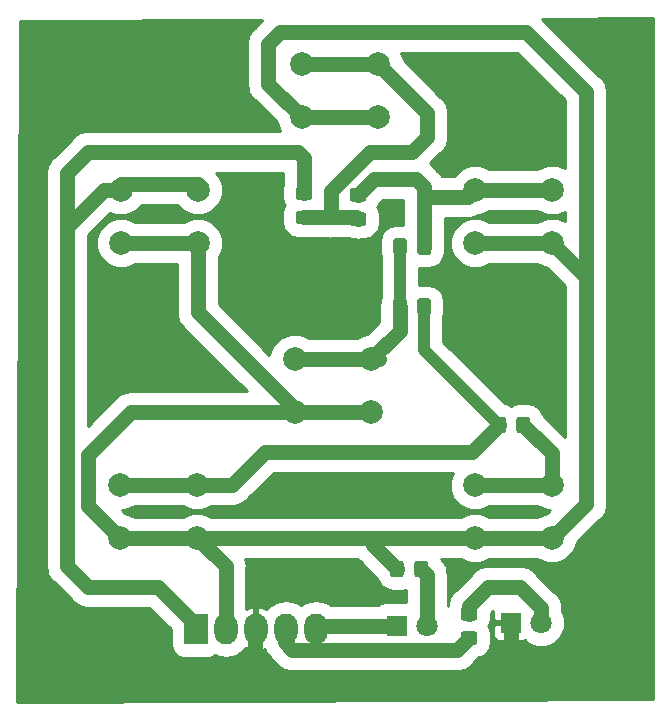
<source format=gbr>
G04 #@! TF.GenerationSoftware,KiCad,Pcbnew,5.0.2+dfsg1-1*
G04 #@! TF.CreationDate,2019-08-29T13:22:36-03:00*
G04 #@! TF.ProjectId,teclado_contador_geiger,7465636c-6164-46f5-9f63-6f6e7461646f,rev?*
G04 #@! TF.SameCoordinates,Original*
G04 #@! TF.FileFunction,Copper,L2,Bot*
G04 #@! TF.FilePolarity,Positive*
%FSLAX46Y46*%
G04 Gerber Fmt 4.6, Leading zero omitted, Abs format (unit mm)*
G04 Created by KiCad (PCBNEW 5.0.2+dfsg1-1) date jue 29 ago 2019 13:22:36 -03*
%MOMM*%
%LPD*%
G01*
G04 APERTURE LIST*
G04 #@! TA.AperFunction,Conductor*
%ADD10C,0.100000*%
G04 #@! TD*
G04 #@! TA.AperFunction,SMDPad,CuDef*
%ADD11C,1.150000*%
G04 #@! TD*
G04 #@! TA.AperFunction,ComponentPad*
%ADD12C,2.000000*%
G04 #@! TD*
G04 #@! TA.AperFunction,ComponentPad*
%ADD13R,1.800000X1.800000*%
G04 #@! TD*
G04 #@! TA.AperFunction,ComponentPad*
%ADD14C,1.800000*%
G04 #@! TD*
G04 #@! TA.AperFunction,ComponentPad*
%ADD15R,2.000000X2.600000*%
G04 #@! TD*
G04 #@! TA.AperFunction,ComponentPad*
%ADD16O,2.000000X2.600000*%
G04 #@! TD*
G04 #@! TA.AperFunction,ViaPad*
%ADD17C,2.000000*%
G04 #@! TD*
G04 #@! TA.AperFunction,Conductor*
%ADD18C,1.270000*%
G04 #@! TD*
G04 #@! TA.AperFunction,Conductor*
%ADD19C,1.016000*%
G04 #@! TD*
G04 #@! TA.AperFunction,Conductor*
%ADD20C,0.254000*%
G04 #@! TD*
G04 APERTURE END LIST*
D10*
G04 #@! TO.N,Net-(R3-Pad2)*
G04 #@! TO.C,R3*
G36*
X140321505Y-65747604D02*
X140345773Y-65751204D01*
X140369572Y-65757165D01*
X140392671Y-65765430D01*
X140414850Y-65775920D01*
X140435893Y-65788532D01*
X140455599Y-65803147D01*
X140473777Y-65819623D01*
X140490253Y-65837801D01*
X140504868Y-65857507D01*
X140517480Y-65878550D01*
X140527970Y-65900729D01*
X140536235Y-65923828D01*
X140542196Y-65947627D01*
X140545796Y-65971895D01*
X140547000Y-65996399D01*
X140547000Y-66896401D01*
X140545796Y-66920905D01*
X140542196Y-66945173D01*
X140536235Y-66968972D01*
X140527970Y-66992071D01*
X140517480Y-67014250D01*
X140504868Y-67035293D01*
X140490253Y-67054999D01*
X140473777Y-67073177D01*
X140455599Y-67089653D01*
X140435893Y-67104268D01*
X140414850Y-67116880D01*
X140392671Y-67127370D01*
X140369572Y-67135635D01*
X140345773Y-67141596D01*
X140321505Y-67145196D01*
X140297001Y-67146400D01*
X139646999Y-67146400D01*
X139622495Y-67145196D01*
X139598227Y-67141596D01*
X139574428Y-67135635D01*
X139551329Y-67127370D01*
X139529150Y-67116880D01*
X139508107Y-67104268D01*
X139488401Y-67089653D01*
X139470223Y-67073177D01*
X139453747Y-67054999D01*
X139439132Y-67035293D01*
X139426520Y-67014250D01*
X139416030Y-66992071D01*
X139407765Y-66968972D01*
X139401804Y-66945173D01*
X139398204Y-66920905D01*
X139397000Y-66896401D01*
X139397000Y-65996399D01*
X139398204Y-65971895D01*
X139401804Y-65947627D01*
X139407765Y-65923828D01*
X139416030Y-65900729D01*
X139426520Y-65878550D01*
X139439132Y-65857507D01*
X139453747Y-65837801D01*
X139470223Y-65819623D01*
X139488401Y-65803147D01*
X139508107Y-65788532D01*
X139529150Y-65775920D01*
X139551329Y-65765430D01*
X139574428Y-65757165D01*
X139598227Y-65751204D01*
X139622495Y-65747604D01*
X139646999Y-65746400D01*
X140297001Y-65746400D01*
X140321505Y-65747604D01*
X140321505Y-65747604D01*
G37*
D11*
G04 #@! TD*
G04 #@! TO.P,R3,2*
G04 #@! TO.N,Net-(R3-Pad2)*
X139972000Y-66446400D03*
D10*
G04 #@! TO.N,Net-(R2-Pad2)*
G04 #@! TO.C,R3*
G36*
X138271505Y-65747604D02*
X138295773Y-65751204D01*
X138319572Y-65757165D01*
X138342671Y-65765430D01*
X138364850Y-65775920D01*
X138385893Y-65788532D01*
X138405599Y-65803147D01*
X138423777Y-65819623D01*
X138440253Y-65837801D01*
X138454868Y-65857507D01*
X138467480Y-65878550D01*
X138477970Y-65900729D01*
X138486235Y-65923828D01*
X138492196Y-65947627D01*
X138495796Y-65971895D01*
X138497000Y-65996399D01*
X138497000Y-66896401D01*
X138495796Y-66920905D01*
X138492196Y-66945173D01*
X138486235Y-66968972D01*
X138477970Y-66992071D01*
X138467480Y-67014250D01*
X138454868Y-67035293D01*
X138440253Y-67054999D01*
X138423777Y-67073177D01*
X138405599Y-67089653D01*
X138385893Y-67104268D01*
X138364850Y-67116880D01*
X138342671Y-67127370D01*
X138319572Y-67135635D01*
X138295773Y-67141596D01*
X138271505Y-67145196D01*
X138247001Y-67146400D01*
X137596999Y-67146400D01*
X137572495Y-67145196D01*
X137548227Y-67141596D01*
X137524428Y-67135635D01*
X137501329Y-67127370D01*
X137479150Y-67116880D01*
X137458107Y-67104268D01*
X137438401Y-67089653D01*
X137420223Y-67073177D01*
X137403747Y-67054999D01*
X137389132Y-67035293D01*
X137376520Y-67014250D01*
X137366030Y-66992071D01*
X137357765Y-66968972D01*
X137351804Y-66945173D01*
X137348204Y-66920905D01*
X137347000Y-66896401D01*
X137347000Y-65996399D01*
X137348204Y-65971895D01*
X137351804Y-65947627D01*
X137357765Y-65923828D01*
X137366030Y-65900729D01*
X137376520Y-65878550D01*
X137389132Y-65857507D01*
X137403747Y-65837801D01*
X137420223Y-65819623D01*
X137438401Y-65803147D01*
X137458107Y-65788532D01*
X137479150Y-65775920D01*
X137501329Y-65765430D01*
X137524428Y-65757165D01*
X137548227Y-65751204D01*
X137572495Y-65747604D01*
X137596999Y-65746400D01*
X138247001Y-65746400D01*
X138271505Y-65747604D01*
X138271505Y-65747604D01*
G37*
D11*
G04 #@! TD*
G04 #@! TO.P,R3,1*
G04 #@! TO.N,Net-(R2-Pad2)*
X137922000Y-66446400D03*
D12*
G04 #@! TO.P,SW3,1*
G04 #@! TO.N,Net-(R2-Pad2)*
X135500000Y-75968000D03*
G04 #@! TO.P,SW3,2*
G04 #@! TO.N,+5V*
X135500000Y-80468000D03*
G04 #@! TO.P,SW3,1*
G04 #@! TO.N,Net-(R2-Pad2)*
X129000000Y-75968000D03*
G04 #@! TO.P,SW3,2*
G04 #@! TO.N,+5V*
X129000000Y-80468000D03*
G04 #@! TD*
G04 #@! TO.P,SW1,1*
G04 #@! TO.N,Net-(R1-Pad1)*
X150754000Y-86618000D03*
G04 #@! TO.P,SW1,2*
G04 #@! TO.N,+5V*
X150754000Y-91118000D03*
G04 #@! TO.P,SW1,1*
G04 #@! TO.N,Net-(R1-Pad1)*
X144254000Y-86618000D03*
G04 #@! TO.P,SW1,2*
G04 #@! TO.N,+5V*
X144254000Y-91118000D03*
G04 #@! TD*
D13*
G04 #@! TO.P,D1,1*
G04 #@! TO.N,Net-(D1-Pad1)*
X137668000Y-98552000D03*
D14*
G04 #@! TO.P,D1,2*
G04 #@! TO.N,Net-(D1-Pad2)*
X140208000Y-98552000D03*
G04 #@! TD*
D10*
G04 #@! TO.N,Net-(R1-Pad2)*
G04 #@! TO.C,R1*
G36*
X146653505Y-80835204D02*
X146677773Y-80838804D01*
X146701572Y-80844765D01*
X146724671Y-80853030D01*
X146746850Y-80863520D01*
X146767893Y-80876132D01*
X146787599Y-80890747D01*
X146805777Y-80907223D01*
X146822253Y-80925401D01*
X146836868Y-80945107D01*
X146849480Y-80966150D01*
X146859970Y-80988329D01*
X146868235Y-81011428D01*
X146874196Y-81035227D01*
X146877796Y-81059495D01*
X146879000Y-81083999D01*
X146879000Y-81984001D01*
X146877796Y-82008505D01*
X146874196Y-82032773D01*
X146868235Y-82056572D01*
X146859970Y-82079671D01*
X146849480Y-82101850D01*
X146836868Y-82122893D01*
X146822253Y-82142599D01*
X146805777Y-82160777D01*
X146787599Y-82177253D01*
X146767893Y-82191868D01*
X146746850Y-82204480D01*
X146724671Y-82214970D01*
X146701572Y-82223235D01*
X146677773Y-82229196D01*
X146653505Y-82232796D01*
X146629001Y-82234000D01*
X145978999Y-82234000D01*
X145954495Y-82232796D01*
X145930227Y-82229196D01*
X145906428Y-82223235D01*
X145883329Y-82214970D01*
X145861150Y-82204480D01*
X145840107Y-82191868D01*
X145820401Y-82177253D01*
X145802223Y-82160777D01*
X145785747Y-82142599D01*
X145771132Y-82122893D01*
X145758520Y-82101850D01*
X145748030Y-82079671D01*
X145739765Y-82056572D01*
X145733804Y-82032773D01*
X145730204Y-82008505D01*
X145729000Y-81984001D01*
X145729000Y-81083999D01*
X145730204Y-81059495D01*
X145733804Y-81035227D01*
X145739765Y-81011428D01*
X145748030Y-80988329D01*
X145758520Y-80966150D01*
X145771132Y-80945107D01*
X145785747Y-80925401D01*
X145802223Y-80907223D01*
X145820401Y-80890747D01*
X145840107Y-80876132D01*
X145861150Y-80863520D01*
X145883329Y-80853030D01*
X145906428Y-80844765D01*
X145930227Y-80838804D01*
X145954495Y-80835204D01*
X145978999Y-80834000D01*
X146629001Y-80834000D01*
X146653505Y-80835204D01*
X146653505Y-80835204D01*
G37*
D11*
G04 #@! TD*
G04 #@! TO.P,R1,2*
G04 #@! TO.N,Net-(R1-Pad2)*
X146304000Y-81534000D03*
D10*
G04 #@! TO.N,Net-(R1-Pad1)*
G04 #@! TO.C,R1*
G36*
X148703505Y-80835204D02*
X148727773Y-80838804D01*
X148751572Y-80844765D01*
X148774671Y-80853030D01*
X148796850Y-80863520D01*
X148817893Y-80876132D01*
X148837599Y-80890747D01*
X148855777Y-80907223D01*
X148872253Y-80925401D01*
X148886868Y-80945107D01*
X148899480Y-80966150D01*
X148909970Y-80988329D01*
X148918235Y-81011428D01*
X148924196Y-81035227D01*
X148927796Y-81059495D01*
X148929000Y-81083999D01*
X148929000Y-81984001D01*
X148927796Y-82008505D01*
X148924196Y-82032773D01*
X148918235Y-82056572D01*
X148909970Y-82079671D01*
X148899480Y-82101850D01*
X148886868Y-82122893D01*
X148872253Y-82142599D01*
X148855777Y-82160777D01*
X148837599Y-82177253D01*
X148817893Y-82191868D01*
X148796850Y-82204480D01*
X148774671Y-82214970D01*
X148751572Y-82223235D01*
X148727773Y-82229196D01*
X148703505Y-82232796D01*
X148679001Y-82234000D01*
X148028999Y-82234000D01*
X148004495Y-82232796D01*
X147980227Y-82229196D01*
X147956428Y-82223235D01*
X147933329Y-82214970D01*
X147911150Y-82204480D01*
X147890107Y-82191868D01*
X147870401Y-82177253D01*
X147852223Y-82160777D01*
X147835747Y-82142599D01*
X147821132Y-82122893D01*
X147808520Y-82101850D01*
X147798030Y-82079671D01*
X147789765Y-82056572D01*
X147783804Y-82032773D01*
X147780204Y-82008505D01*
X147779000Y-81984001D01*
X147779000Y-81083999D01*
X147780204Y-81059495D01*
X147783804Y-81035227D01*
X147789765Y-81011428D01*
X147798030Y-80988329D01*
X147808520Y-80966150D01*
X147821132Y-80945107D01*
X147835747Y-80925401D01*
X147852223Y-80907223D01*
X147870401Y-80890747D01*
X147890107Y-80876132D01*
X147911150Y-80863520D01*
X147933329Y-80853030D01*
X147956428Y-80844765D01*
X147980227Y-80838804D01*
X148004495Y-80835204D01*
X148028999Y-80834000D01*
X148679001Y-80834000D01*
X148703505Y-80835204D01*
X148703505Y-80835204D01*
G37*
D11*
G04 #@! TD*
G04 #@! TO.P,R1,1*
G04 #@! TO.N,Net-(R1-Pad1)*
X148354000Y-81534000D03*
D10*
G04 #@! TO.N,Net-(R1-Pad2)*
G04 #@! TO.C,R2*
G36*
X140312505Y-70827604D02*
X140336773Y-70831204D01*
X140360572Y-70837165D01*
X140383671Y-70845430D01*
X140405850Y-70855920D01*
X140426893Y-70868532D01*
X140446599Y-70883147D01*
X140464777Y-70899623D01*
X140481253Y-70917801D01*
X140495868Y-70937507D01*
X140508480Y-70958550D01*
X140518970Y-70980729D01*
X140527235Y-71003828D01*
X140533196Y-71027627D01*
X140536796Y-71051895D01*
X140538000Y-71076399D01*
X140538000Y-71976401D01*
X140536796Y-72000905D01*
X140533196Y-72025173D01*
X140527235Y-72048972D01*
X140518970Y-72072071D01*
X140508480Y-72094250D01*
X140495868Y-72115293D01*
X140481253Y-72134999D01*
X140464777Y-72153177D01*
X140446599Y-72169653D01*
X140426893Y-72184268D01*
X140405850Y-72196880D01*
X140383671Y-72207370D01*
X140360572Y-72215635D01*
X140336773Y-72221596D01*
X140312505Y-72225196D01*
X140288001Y-72226400D01*
X139637999Y-72226400D01*
X139613495Y-72225196D01*
X139589227Y-72221596D01*
X139565428Y-72215635D01*
X139542329Y-72207370D01*
X139520150Y-72196880D01*
X139499107Y-72184268D01*
X139479401Y-72169653D01*
X139461223Y-72153177D01*
X139444747Y-72134999D01*
X139430132Y-72115293D01*
X139417520Y-72094250D01*
X139407030Y-72072071D01*
X139398765Y-72048972D01*
X139392804Y-72025173D01*
X139389204Y-72000905D01*
X139388000Y-71976401D01*
X139388000Y-71076399D01*
X139389204Y-71051895D01*
X139392804Y-71027627D01*
X139398765Y-71003828D01*
X139407030Y-70980729D01*
X139417520Y-70958550D01*
X139430132Y-70937507D01*
X139444747Y-70917801D01*
X139461223Y-70899623D01*
X139479401Y-70883147D01*
X139499107Y-70868532D01*
X139520150Y-70855920D01*
X139542329Y-70845430D01*
X139565428Y-70837165D01*
X139589227Y-70831204D01*
X139613495Y-70827604D01*
X139637999Y-70826400D01*
X140288001Y-70826400D01*
X140312505Y-70827604D01*
X140312505Y-70827604D01*
G37*
D11*
G04 #@! TD*
G04 #@! TO.P,R2,1*
G04 #@! TO.N,Net-(R1-Pad2)*
X139963000Y-71526400D03*
D10*
G04 #@! TO.N,Net-(R2-Pad2)*
G04 #@! TO.C,R2*
G36*
X138262505Y-70827604D02*
X138286773Y-70831204D01*
X138310572Y-70837165D01*
X138333671Y-70845430D01*
X138355850Y-70855920D01*
X138376893Y-70868532D01*
X138396599Y-70883147D01*
X138414777Y-70899623D01*
X138431253Y-70917801D01*
X138445868Y-70937507D01*
X138458480Y-70958550D01*
X138468970Y-70980729D01*
X138477235Y-71003828D01*
X138483196Y-71027627D01*
X138486796Y-71051895D01*
X138488000Y-71076399D01*
X138488000Y-71976401D01*
X138486796Y-72000905D01*
X138483196Y-72025173D01*
X138477235Y-72048972D01*
X138468970Y-72072071D01*
X138458480Y-72094250D01*
X138445868Y-72115293D01*
X138431253Y-72134999D01*
X138414777Y-72153177D01*
X138396599Y-72169653D01*
X138376893Y-72184268D01*
X138355850Y-72196880D01*
X138333671Y-72207370D01*
X138310572Y-72215635D01*
X138286773Y-72221596D01*
X138262505Y-72225196D01*
X138238001Y-72226400D01*
X137587999Y-72226400D01*
X137563495Y-72225196D01*
X137539227Y-72221596D01*
X137515428Y-72215635D01*
X137492329Y-72207370D01*
X137470150Y-72196880D01*
X137449107Y-72184268D01*
X137429401Y-72169653D01*
X137411223Y-72153177D01*
X137394747Y-72134999D01*
X137380132Y-72115293D01*
X137367520Y-72094250D01*
X137357030Y-72072071D01*
X137348765Y-72048972D01*
X137342804Y-72025173D01*
X137339204Y-72000905D01*
X137338000Y-71976401D01*
X137338000Y-71076399D01*
X137339204Y-71051895D01*
X137342804Y-71027627D01*
X137348765Y-71003828D01*
X137357030Y-70980729D01*
X137367520Y-70958550D01*
X137380132Y-70937507D01*
X137394747Y-70917801D01*
X137411223Y-70899623D01*
X137429401Y-70883147D01*
X137449107Y-70868532D01*
X137470150Y-70855920D01*
X137492329Y-70845430D01*
X137515428Y-70837165D01*
X137539227Y-70831204D01*
X137563495Y-70827604D01*
X137587999Y-70826400D01*
X138238001Y-70826400D01*
X138262505Y-70827604D01*
X138262505Y-70827604D01*
G37*
D11*
G04 #@! TD*
G04 #@! TO.P,R2,2*
G04 #@! TO.N,Net-(R2-Pad2)*
X137913000Y-71526400D03*
D10*
G04 #@! TO.N,Net-(R4-Pad2)*
G04 #@! TO.C,R4*
G36*
X134840505Y-63530204D02*
X134864773Y-63533804D01*
X134888572Y-63539765D01*
X134911671Y-63548030D01*
X134933850Y-63558520D01*
X134954893Y-63571132D01*
X134974599Y-63585747D01*
X134992777Y-63602223D01*
X135009253Y-63620401D01*
X135023868Y-63640107D01*
X135036480Y-63661150D01*
X135046970Y-63683329D01*
X135055235Y-63706428D01*
X135061196Y-63730227D01*
X135064796Y-63754495D01*
X135066000Y-63778999D01*
X135066000Y-64429001D01*
X135064796Y-64453505D01*
X135061196Y-64477773D01*
X135055235Y-64501572D01*
X135046970Y-64524671D01*
X135036480Y-64546850D01*
X135023868Y-64567893D01*
X135009253Y-64587599D01*
X134992777Y-64605777D01*
X134974599Y-64622253D01*
X134954893Y-64636868D01*
X134933850Y-64649480D01*
X134911671Y-64659970D01*
X134888572Y-64668235D01*
X134864773Y-64674196D01*
X134840505Y-64677796D01*
X134816001Y-64679000D01*
X133915999Y-64679000D01*
X133891495Y-64677796D01*
X133867227Y-64674196D01*
X133843428Y-64668235D01*
X133820329Y-64659970D01*
X133798150Y-64649480D01*
X133777107Y-64636868D01*
X133757401Y-64622253D01*
X133739223Y-64605777D01*
X133722747Y-64587599D01*
X133708132Y-64567893D01*
X133695520Y-64546850D01*
X133685030Y-64524671D01*
X133676765Y-64501572D01*
X133670804Y-64477773D01*
X133667204Y-64453505D01*
X133666000Y-64429001D01*
X133666000Y-63778999D01*
X133667204Y-63754495D01*
X133670804Y-63730227D01*
X133676765Y-63706428D01*
X133685030Y-63683329D01*
X133695520Y-63661150D01*
X133708132Y-63640107D01*
X133722747Y-63620401D01*
X133739223Y-63602223D01*
X133757401Y-63585747D01*
X133777107Y-63571132D01*
X133798150Y-63558520D01*
X133820329Y-63548030D01*
X133843428Y-63539765D01*
X133867227Y-63533804D01*
X133891495Y-63530204D01*
X133915999Y-63529000D01*
X134816001Y-63529000D01*
X134840505Y-63530204D01*
X134840505Y-63530204D01*
G37*
D11*
G04 #@! TD*
G04 #@! TO.P,R4,2*
G04 #@! TO.N,Net-(R4-Pad2)*
X134366000Y-64104000D03*
D10*
G04 #@! TO.N,Net-(R3-Pad2)*
G04 #@! TO.C,R4*
G36*
X134840505Y-61480204D02*
X134864773Y-61483804D01*
X134888572Y-61489765D01*
X134911671Y-61498030D01*
X134933850Y-61508520D01*
X134954893Y-61521132D01*
X134974599Y-61535747D01*
X134992777Y-61552223D01*
X135009253Y-61570401D01*
X135023868Y-61590107D01*
X135036480Y-61611150D01*
X135046970Y-61633329D01*
X135055235Y-61656428D01*
X135061196Y-61680227D01*
X135064796Y-61704495D01*
X135066000Y-61728999D01*
X135066000Y-62379001D01*
X135064796Y-62403505D01*
X135061196Y-62427773D01*
X135055235Y-62451572D01*
X135046970Y-62474671D01*
X135036480Y-62496850D01*
X135023868Y-62517893D01*
X135009253Y-62537599D01*
X134992777Y-62555777D01*
X134974599Y-62572253D01*
X134954893Y-62586868D01*
X134933850Y-62599480D01*
X134911671Y-62609970D01*
X134888572Y-62618235D01*
X134864773Y-62624196D01*
X134840505Y-62627796D01*
X134816001Y-62629000D01*
X133915999Y-62629000D01*
X133891495Y-62627796D01*
X133867227Y-62624196D01*
X133843428Y-62618235D01*
X133820329Y-62609970D01*
X133798150Y-62599480D01*
X133777107Y-62586868D01*
X133757401Y-62572253D01*
X133739223Y-62555777D01*
X133722747Y-62537599D01*
X133708132Y-62517893D01*
X133695520Y-62496850D01*
X133685030Y-62474671D01*
X133676765Y-62451572D01*
X133670804Y-62427773D01*
X133667204Y-62403505D01*
X133666000Y-62379001D01*
X133666000Y-61728999D01*
X133667204Y-61704495D01*
X133670804Y-61680227D01*
X133676765Y-61656428D01*
X133685030Y-61633329D01*
X133695520Y-61611150D01*
X133708132Y-61590107D01*
X133722747Y-61570401D01*
X133739223Y-61552223D01*
X133757401Y-61535747D01*
X133777107Y-61521132D01*
X133798150Y-61508520D01*
X133820329Y-61498030D01*
X133843428Y-61489765D01*
X133867227Y-61483804D01*
X133891495Y-61480204D01*
X133915999Y-61479000D01*
X134816001Y-61479000D01*
X134840505Y-61480204D01*
X134840505Y-61480204D01*
G37*
D11*
G04 #@! TD*
G04 #@! TO.P,R4,1*
G04 #@! TO.N,Net-(R3-Pad2)*
X134366000Y-62054000D03*
D10*
G04 #@! TO.N,Net-(R4-Pad2)*
G04 #@! TO.C,R5*
G36*
X130268505Y-63401404D02*
X130292773Y-63405004D01*
X130316572Y-63410965D01*
X130339671Y-63419230D01*
X130361850Y-63429720D01*
X130382893Y-63442332D01*
X130402599Y-63456947D01*
X130420777Y-63473423D01*
X130437253Y-63491601D01*
X130451868Y-63511307D01*
X130464480Y-63532350D01*
X130474970Y-63554529D01*
X130483235Y-63577628D01*
X130489196Y-63601427D01*
X130492796Y-63625695D01*
X130494000Y-63650199D01*
X130494000Y-64300201D01*
X130492796Y-64324705D01*
X130489196Y-64348973D01*
X130483235Y-64372772D01*
X130474970Y-64395871D01*
X130464480Y-64418050D01*
X130451868Y-64439093D01*
X130437253Y-64458799D01*
X130420777Y-64476977D01*
X130402599Y-64493453D01*
X130382893Y-64508068D01*
X130361850Y-64520680D01*
X130339671Y-64531170D01*
X130316572Y-64539435D01*
X130292773Y-64545396D01*
X130268505Y-64548996D01*
X130244001Y-64550200D01*
X129343999Y-64550200D01*
X129319495Y-64548996D01*
X129295227Y-64545396D01*
X129271428Y-64539435D01*
X129248329Y-64531170D01*
X129226150Y-64520680D01*
X129205107Y-64508068D01*
X129185401Y-64493453D01*
X129167223Y-64476977D01*
X129150747Y-64458799D01*
X129136132Y-64439093D01*
X129123520Y-64418050D01*
X129113030Y-64395871D01*
X129104765Y-64372772D01*
X129098804Y-64348973D01*
X129095204Y-64324705D01*
X129094000Y-64300201D01*
X129094000Y-63650199D01*
X129095204Y-63625695D01*
X129098804Y-63601427D01*
X129104765Y-63577628D01*
X129113030Y-63554529D01*
X129123520Y-63532350D01*
X129136132Y-63511307D01*
X129150747Y-63491601D01*
X129167223Y-63473423D01*
X129185401Y-63456947D01*
X129205107Y-63442332D01*
X129226150Y-63429720D01*
X129248329Y-63419230D01*
X129271428Y-63410965D01*
X129295227Y-63405004D01*
X129319495Y-63401404D01*
X129343999Y-63400200D01*
X130244001Y-63400200D01*
X130268505Y-63401404D01*
X130268505Y-63401404D01*
G37*
D11*
G04 #@! TD*
G04 #@! TO.P,R5,1*
G04 #@! TO.N,Net-(R4-Pad2)*
X129794000Y-63975200D03*
D10*
G04 #@! TO.N,/teclado_out*
G04 #@! TO.C,R5*
G36*
X130268505Y-61351404D02*
X130292773Y-61355004D01*
X130316572Y-61360965D01*
X130339671Y-61369230D01*
X130361850Y-61379720D01*
X130382893Y-61392332D01*
X130402599Y-61406947D01*
X130420777Y-61423423D01*
X130437253Y-61441601D01*
X130451868Y-61461307D01*
X130464480Y-61482350D01*
X130474970Y-61504529D01*
X130483235Y-61527628D01*
X130489196Y-61551427D01*
X130492796Y-61575695D01*
X130494000Y-61600199D01*
X130494000Y-62250201D01*
X130492796Y-62274705D01*
X130489196Y-62298973D01*
X130483235Y-62322772D01*
X130474970Y-62345871D01*
X130464480Y-62368050D01*
X130451868Y-62389093D01*
X130437253Y-62408799D01*
X130420777Y-62426977D01*
X130402599Y-62443453D01*
X130382893Y-62458068D01*
X130361850Y-62470680D01*
X130339671Y-62481170D01*
X130316572Y-62489435D01*
X130292773Y-62495396D01*
X130268505Y-62498996D01*
X130244001Y-62500200D01*
X129343999Y-62500200D01*
X129319495Y-62498996D01*
X129295227Y-62495396D01*
X129271428Y-62489435D01*
X129248329Y-62481170D01*
X129226150Y-62470680D01*
X129205107Y-62458068D01*
X129185401Y-62443453D01*
X129167223Y-62426977D01*
X129150747Y-62408799D01*
X129136132Y-62389093D01*
X129123520Y-62368050D01*
X129113030Y-62345871D01*
X129104765Y-62322772D01*
X129098804Y-62298973D01*
X129095204Y-62274705D01*
X129094000Y-62250201D01*
X129094000Y-61600199D01*
X129095204Y-61575695D01*
X129098804Y-61551427D01*
X129104765Y-61527628D01*
X129113030Y-61504529D01*
X129123520Y-61482350D01*
X129136132Y-61461307D01*
X129150747Y-61441601D01*
X129167223Y-61423423D01*
X129185401Y-61406947D01*
X129205107Y-61392332D01*
X129226150Y-61379720D01*
X129248329Y-61369230D01*
X129271428Y-61360965D01*
X129295227Y-61355004D01*
X129319495Y-61351404D01*
X129343999Y-61350200D01*
X130244001Y-61350200D01*
X130268505Y-61351404D01*
X130268505Y-61351404D01*
G37*
D11*
G04 #@! TD*
G04 #@! TO.P,R5,2*
G04 #@! TO.N,/teclado_out*
X129794000Y-61925200D03*
D10*
G04 #@! TO.N,Net-(D1-Pad2)*
G04 #@! TO.C,R6*
G36*
X140058505Y-93027204D02*
X140082773Y-93030804D01*
X140106572Y-93036765D01*
X140129671Y-93045030D01*
X140151850Y-93055520D01*
X140172893Y-93068132D01*
X140192599Y-93082747D01*
X140210777Y-93099223D01*
X140227253Y-93117401D01*
X140241868Y-93137107D01*
X140254480Y-93158150D01*
X140264970Y-93180329D01*
X140273235Y-93203428D01*
X140279196Y-93227227D01*
X140282796Y-93251495D01*
X140284000Y-93275999D01*
X140284000Y-94176001D01*
X140282796Y-94200505D01*
X140279196Y-94224773D01*
X140273235Y-94248572D01*
X140264970Y-94271671D01*
X140254480Y-94293850D01*
X140241868Y-94314893D01*
X140227253Y-94334599D01*
X140210777Y-94352777D01*
X140192599Y-94369253D01*
X140172893Y-94383868D01*
X140151850Y-94396480D01*
X140129671Y-94406970D01*
X140106572Y-94415235D01*
X140082773Y-94421196D01*
X140058505Y-94424796D01*
X140034001Y-94426000D01*
X139383999Y-94426000D01*
X139359495Y-94424796D01*
X139335227Y-94421196D01*
X139311428Y-94415235D01*
X139288329Y-94406970D01*
X139266150Y-94396480D01*
X139245107Y-94383868D01*
X139225401Y-94369253D01*
X139207223Y-94352777D01*
X139190747Y-94334599D01*
X139176132Y-94314893D01*
X139163520Y-94293850D01*
X139153030Y-94271671D01*
X139144765Y-94248572D01*
X139138804Y-94224773D01*
X139135204Y-94200505D01*
X139134000Y-94176001D01*
X139134000Y-93275999D01*
X139135204Y-93251495D01*
X139138804Y-93227227D01*
X139144765Y-93203428D01*
X139153030Y-93180329D01*
X139163520Y-93158150D01*
X139176132Y-93137107D01*
X139190747Y-93117401D01*
X139207223Y-93099223D01*
X139225401Y-93082747D01*
X139245107Y-93068132D01*
X139266150Y-93055520D01*
X139288329Y-93045030D01*
X139311428Y-93036765D01*
X139335227Y-93030804D01*
X139359495Y-93027204D01*
X139383999Y-93026000D01*
X140034001Y-93026000D01*
X140058505Y-93027204D01*
X140058505Y-93027204D01*
G37*
D11*
G04 #@! TD*
G04 #@! TO.P,R6,2*
G04 #@! TO.N,Net-(D1-Pad2)*
X139709000Y-93726000D03*
D10*
G04 #@! TO.N,+5V*
G04 #@! TO.C,R6*
G36*
X138008505Y-93027204D02*
X138032773Y-93030804D01*
X138056572Y-93036765D01*
X138079671Y-93045030D01*
X138101850Y-93055520D01*
X138122893Y-93068132D01*
X138142599Y-93082747D01*
X138160777Y-93099223D01*
X138177253Y-93117401D01*
X138191868Y-93137107D01*
X138204480Y-93158150D01*
X138214970Y-93180329D01*
X138223235Y-93203428D01*
X138229196Y-93227227D01*
X138232796Y-93251495D01*
X138234000Y-93275999D01*
X138234000Y-94176001D01*
X138232796Y-94200505D01*
X138229196Y-94224773D01*
X138223235Y-94248572D01*
X138214970Y-94271671D01*
X138204480Y-94293850D01*
X138191868Y-94314893D01*
X138177253Y-94334599D01*
X138160777Y-94352777D01*
X138142599Y-94369253D01*
X138122893Y-94383868D01*
X138101850Y-94396480D01*
X138079671Y-94406970D01*
X138056572Y-94415235D01*
X138032773Y-94421196D01*
X138008505Y-94424796D01*
X137984001Y-94426000D01*
X137333999Y-94426000D01*
X137309495Y-94424796D01*
X137285227Y-94421196D01*
X137261428Y-94415235D01*
X137238329Y-94406970D01*
X137216150Y-94396480D01*
X137195107Y-94383868D01*
X137175401Y-94369253D01*
X137157223Y-94352777D01*
X137140747Y-94334599D01*
X137126132Y-94314893D01*
X137113520Y-94293850D01*
X137103030Y-94271671D01*
X137094765Y-94248572D01*
X137088804Y-94224773D01*
X137085204Y-94200505D01*
X137084000Y-94176001D01*
X137084000Y-93275999D01*
X137085204Y-93251495D01*
X137088804Y-93227227D01*
X137094765Y-93203428D01*
X137103030Y-93180329D01*
X137113520Y-93158150D01*
X137126132Y-93137107D01*
X137140747Y-93117401D01*
X137157223Y-93099223D01*
X137175401Y-93082747D01*
X137195107Y-93068132D01*
X137216150Y-93055520D01*
X137238329Y-93045030D01*
X137261428Y-93036765D01*
X137285227Y-93030804D01*
X137309495Y-93027204D01*
X137333999Y-93026000D01*
X137984001Y-93026000D01*
X138008505Y-93027204D01*
X138008505Y-93027204D01*
G37*
D11*
G04 #@! TD*
G04 #@! TO.P,R6,1*
G04 #@! TO.N,+5V*
X137659000Y-93726000D03*
D12*
G04 #@! TO.P,SW2,2*
G04 #@! TO.N,+5V*
X114254000Y-91114000D03*
G04 #@! TO.P,SW2,1*
G04 #@! TO.N,Net-(R1-Pad2)*
X114254000Y-86614000D03*
G04 #@! TO.P,SW2,2*
G04 #@! TO.N,+5V*
X120754000Y-91114000D03*
G04 #@! TO.P,SW2,1*
G04 #@! TO.N,Net-(R1-Pad2)*
X120754000Y-86614000D03*
G04 #@! TD*
G04 #@! TO.P,SW4,2*
G04 #@! TO.N,+5V*
X144270000Y-66142000D03*
G04 #@! TO.P,SW4,1*
G04 #@! TO.N,Net-(R3-Pad2)*
X144270000Y-61642000D03*
G04 #@! TO.P,SW4,2*
G04 #@! TO.N,+5V*
X150770000Y-66142000D03*
G04 #@! TO.P,SW4,1*
G04 #@! TO.N,Net-(R3-Pad2)*
X150770000Y-61642000D03*
G04 #@! TD*
G04 #@! TO.P,SW5,2*
G04 #@! TO.N,+5V*
X129600000Y-55500000D03*
G04 #@! TO.P,SW5,1*
G04 #@! TO.N,Net-(R4-Pad2)*
X129600000Y-51000000D03*
G04 #@! TO.P,SW5,2*
G04 #@! TO.N,+5V*
X136100000Y-55500000D03*
G04 #@! TO.P,SW5,1*
G04 #@! TO.N,Net-(R4-Pad2)*
X136100000Y-51000000D03*
G04 #@! TD*
G04 #@! TO.P,SW6,2*
G04 #@! TO.N,+5V*
X114300000Y-66142000D03*
G04 #@! TO.P,SW6,1*
G04 #@! TO.N,/teclado_out*
X114300000Y-61642000D03*
G04 #@! TO.P,SW6,2*
G04 #@! TO.N,+5V*
X120800000Y-66142000D03*
G04 #@! TO.P,SW6,1*
G04 #@! TO.N,/teclado_out*
X120800000Y-61642000D03*
G04 #@! TD*
D13*
G04 #@! TO.P,D2,1*
G04 #@! TO.N,GND*
X147320000Y-98298000D03*
D14*
G04 #@! TO.P,D2,2*
G04 #@! TO.N,Net-(D2-Pad2)*
X149860000Y-98298000D03*
G04 #@! TD*
D10*
G04 #@! TO.N,Net-(J1-Pad4)*
G04 #@! TO.C,R7*
G36*
X144238505Y-99012204D02*
X144262773Y-99015804D01*
X144286572Y-99021765D01*
X144309671Y-99030030D01*
X144331850Y-99040520D01*
X144352893Y-99053132D01*
X144372599Y-99067747D01*
X144390777Y-99084223D01*
X144407253Y-99102401D01*
X144421868Y-99122107D01*
X144434480Y-99143150D01*
X144444970Y-99165329D01*
X144453235Y-99188428D01*
X144459196Y-99212227D01*
X144462796Y-99236495D01*
X144464000Y-99260999D01*
X144464000Y-99911001D01*
X144462796Y-99935505D01*
X144459196Y-99959773D01*
X144453235Y-99983572D01*
X144444970Y-100006671D01*
X144434480Y-100028850D01*
X144421868Y-100049893D01*
X144407253Y-100069599D01*
X144390777Y-100087777D01*
X144372599Y-100104253D01*
X144352893Y-100118868D01*
X144331850Y-100131480D01*
X144309671Y-100141970D01*
X144286572Y-100150235D01*
X144262773Y-100156196D01*
X144238505Y-100159796D01*
X144214001Y-100161000D01*
X143313999Y-100161000D01*
X143289495Y-100159796D01*
X143265227Y-100156196D01*
X143241428Y-100150235D01*
X143218329Y-100141970D01*
X143196150Y-100131480D01*
X143175107Y-100118868D01*
X143155401Y-100104253D01*
X143137223Y-100087777D01*
X143120747Y-100069599D01*
X143106132Y-100049893D01*
X143093520Y-100028850D01*
X143083030Y-100006671D01*
X143074765Y-99983572D01*
X143068804Y-99959773D01*
X143065204Y-99935505D01*
X143064000Y-99911001D01*
X143064000Y-99260999D01*
X143065204Y-99236495D01*
X143068804Y-99212227D01*
X143074765Y-99188428D01*
X143083030Y-99165329D01*
X143093520Y-99143150D01*
X143106132Y-99122107D01*
X143120747Y-99102401D01*
X143137223Y-99084223D01*
X143155401Y-99067747D01*
X143175107Y-99053132D01*
X143196150Y-99040520D01*
X143218329Y-99030030D01*
X143241428Y-99021765D01*
X143265227Y-99015804D01*
X143289495Y-99012204D01*
X143313999Y-99011000D01*
X144214001Y-99011000D01*
X144238505Y-99012204D01*
X144238505Y-99012204D01*
G37*
D11*
G04 #@! TD*
G04 #@! TO.P,R7,1*
G04 #@! TO.N,Net-(J1-Pad4)*
X143764000Y-99586000D03*
D10*
G04 #@! TO.N,Net-(D2-Pad2)*
G04 #@! TO.C,R7*
G36*
X144238505Y-96962204D02*
X144262773Y-96965804D01*
X144286572Y-96971765D01*
X144309671Y-96980030D01*
X144331850Y-96990520D01*
X144352893Y-97003132D01*
X144372599Y-97017747D01*
X144390777Y-97034223D01*
X144407253Y-97052401D01*
X144421868Y-97072107D01*
X144434480Y-97093150D01*
X144444970Y-97115329D01*
X144453235Y-97138428D01*
X144459196Y-97162227D01*
X144462796Y-97186495D01*
X144464000Y-97210999D01*
X144464000Y-97861001D01*
X144462796Y-97885505D01*
X144459196Y-97909773D01*
X144453235Y-97933572D01*
X144444970Y-97956671D01*
X144434480Y-97978850D01*
X144421868Y-97999893D01*
X144407253Y-98019599D01*
X144390777Y-98037777D01*
X144372599Y-98054253D01*
X144352893Y-98068868D01*
X144331850Y-98081480D01*
X144309671Y-98091970D01*
X144286572Y-98100235D01*
X144262773Y-98106196D01*
X144238505Y-98109796D01*
X144214001Y-98111000D01*
X143313999Y-98111000D01*
X143289495Y-98109796D01*
X143265227Y-98106196D01*
X143241428Y-98100235D01*
X143218329Y-98091970D01*
X143196150Y-98081480D01*
X143175107Y-98068868D01*
X143155401Y-98054253D01*
X143137223Y-98037777D01*
X143120747Y-98019599D01*
X143106132Y-97999893D01*
X143093520Y-97978850D01*
X143083030Y-97956671D01*
X143074765Y-97933572D01*
X143068804Y-97909773D01*
X143065204Y-97885505D01*
X143064000Y-97861001D01*
X143064000Y-97210999D01*
X143065204Y-97186495D01*
X143068804Y-97162227D01*
X143074765Y-97138428D01*
X143083030Y-97115329D01*
X143093520Y-97093150D01*
X143106132Y-97072107D01*
X143120747Y-97052401D01*
X143137223Y-97034223D01*
X143155401Y-97017747D01*
X143175107Y-97003132D01*
X143196150Y-96990520D01*
X143218329Y-96980030D01*
X143241428Y-96971765D01*
X143265227Y-96965804D01*
X143289495Y-96962204D01*
X143313999Y-96961000D01*
X144214001Y-96961000D01*
X144238505Y-96962204D01*
X144238505Y-96962204D01*
G37*
D11*
G04 #@! TD*
G04 #@! TO.P,R7,2*
G04 #@! TO.N,Net-(D2-Pad2)*
X143764000Y-97536000D03*
D15*
G04 #@! TO.P,J1,1*
G04 #@! TO.N,/teclado_out*
X120650000Y-98806000D03*
D16*
G04 #@! TO.P,J1,2*
G04 #@! TO.N,+5V*
X123190000Y-98806000D03*
G04 #@! TO.P,J1,3*
G04 #@! TO.N,GND*
X125730000Y-98806000D03*
G04 #@! TO.P,J1,4*
G04 #@! TO.N,Net-(J1-Pad4)*
X128270000Y-98806000D03*
G04 #@! TO.P,J1,5*
G04 #@! TO.N,Net-(D1-Pad1)*
X130810000Y-98806000D03*
G04 #@! TD*
D17*
G04 #@! TO.N,GND*
X109728000Y-99060000D03*
X132000000Y-68000000D03*
X147000000Y-52000000D03*
X155956000Y-99060000D03*
X117602000Y-72898000D03*
X146304000Y-73660000D03*
X118000000Y-52000000D03*
X132000000Y-87000000D03*
G04 #@! TD*
D18*
G04 #@! TO.N,Net-(D1-Pad1)*
X130904000Y-98552000D02*
X130650000Y-98806000D01*
X137668000Y-98552000D02*
X130904000Y-98552000D01*
G04 #@! TO.N,Net-(D1-Pad2)*
X140208000Y-94225000D02*
X139709000Y-93726000D01*
X140208000Y-98552000D02*
X140208000Y-94225000D01*
G04 #@! TO.N,+5V*
X144254000Y-91118000D02*
X150754000Y-91118000D01*
X135636000Y-91703000D02*
X137659000Y-93726000D01*
X135636000Y-91118000D02*
X135636000Y-91703000D01*
X135636000Y-91118000D02*
X144254000Y-91118000D01*
X123150000Y-98931000D02*
X123150000Y-98806000D01*
X123150000Y-93510000D02*
X123150000Y-98806000D01*
X122504000Y-91118000D02*
X135636000Y-91118000D01*
X120754000Y-91114000D02*
X123150000Y-93510000D01*
X114254000Y-91114000D02*
X122500000Y-91114000D01*
X122500000Y-91114000D02*
X122504000Y-91118000D01*
X150754000Y-91118000D02*
X153670000Y-88202000D01*
X126746000Y-52646000D02*
X129600000Y-55500000D01*
X148590000Y-48260000D02*
X127762000Y-48260000D01*
X127762000Y-48260000D02*
X126746000Y-49276000D01*
X126746000Y-49276000D02*
X126746000Y-52646000D01*
X129254000Y-80468000D02*
X135754000Y-80468000D01*
X153670000Y-69042000D02*
X150770000Y-66142000D01*
X153670000Y-88202000D02*
X153670000Y-69042000D01*
X150770000Y-66142000D02*
X144270000Y-66142000D01*
X153670000Y-53340000D02*
X148590000Y-48260000D01*
X153670000Y-69042000D02*
X153670000Y-53340000D01*
X120800000Y-66142000D02*
X114300000Y-66142000D01*
X129254000Y-80468000D02*
X120800000Y-72014000D01*
X120800000Y-72014000D02*
X120800000Y-66142000D01*
X114254000Y-91114000D02*
X111532000Y-88392000D01*
X111532000Y-88392000D02*
X111532000Y-84048000D01*
X115112000Y-80468000D02*
X129254000Y-80468000D01*
X111532000Y-84048000D02*
X115112000Y-80468000D01*
X129600000Y-55500000D02*
X136100000Y-55500000D01*
G04 #@! TO.N,GND*
X147320000Y-100468000D02*
X144918000Y-102870000D01*
X147320000Y-98298000D02*
X147320000Y-100468000D01*
X125650000Y-98806000D02*
X125650000Y-101051000D01*
X127469000Y-102870000D02*
X144918000Y-102870000D01*
X125650000Y-101051000D02*
X127469000Y-102870000D01*
G04 #@! TO.N,/teclado_out*
X114300000Y-61142000D02*
X120800000Y-61142000D01*
X120754000Y-98702000D02*
X120650000Y-98806000D01*
X109728000Y-64516000D02*
X109982000Y-64516000D01*
X112856000Y-61642000D02*
X114300000Y-61642000D01*
X109982000Y-64516000D02*
X112856000Y-61642000D01*
X117394000Y-95250000D02*
X120650000Y-98506000D01*
X120650000Y-98506000D02*
X120650000Y-98806000D01*
X111506000Y-95250000D02*
X117394000Y-95250000D01*
X109728000Y-93472000D02*
X111506000Y-95250000D01*
X109728000Y-64516000D02*
X109728000Y-93472000D01*
X129286000Y-58420000D02*
X129794000Y-58928000D01*
X111506000Y-58420000D02*
X129286000Y-58420000D01*
X129794000Y-58928000D02*
X129794000Y-61925200D01*
X109728000Y-64516000D02*
X109728000Y-60198000D01*
X109728000Y-60198000D02*
X111506000Y-58420000D01*
G04 #@! TO.N,Net-(R1-Pad1)*
X150754000Y-83934000D02*
X148354000Y-81534000D01*
X150754000Y-86618000D02*
X150754000Y-83934000D01*
X144254000Y-86618000D02*
X150754000Y-86618000D01*
G04 #@! TO.N,Net-(R1-Pad2)*
X120754000Y-86614000D02*
X114254000Y-86614000D01*
X120754000Y-86614000D02*
X123698000Y-86614000D01*
X123698000Y-86614000D02*
X126492000Y-83820000D01*
X144018000Y-83820000D02*
X146304000Y-81534000D01*
X126492000Y-83820000D02*
X144018000Y-83820000D01*
D19*
X139963000Y-75193000D02*
X146304000Y-81534000D01*
X139963000Y-71526400D02*
X139963000Y-75193000D01*
D18*
G04 #@! TO.N,Net-(R2-Pad2)*
X129254000Y-75968000D02*
X136166000Y-75968000D01*
X136166000Y-75968000D02*
X135754000Y-75968000D01*
X137913000Y-73555000D02*
X137913000Y-71526400D01*
X135500000Y-75968000D02*
X137913000Y-73555000D01*
D19*
X137913000Y-66455400D02*
X137922000Y-66446400D01*
X137913000Y-71526400D02*
X137913000Y-66455400D01*
D18*
G04 #@! TO.N,Net-(R3-Pad2)*
X134348000Y-62036000D02*
X134366000Y-62054000D01*
X139972000Y-61430000D02*
X139972000Y-62230000D01*
X139236990Y-60694990D02*
X139972000Y-61430000D01*
X135725010Y-60694990D02*
X139236990Y-60694990D01*
X134366000Y-62054000D02*
X135725010Y-60694990D01*
X144270000Y-61642000D02*
X150770000Y-61642000D01*
X143682000Y-62230000D02*
X144270000Y-61642000D01*
X139972000Y-62230000D02*
X143682000Y-62230000D01*
X139972000Y-66446400D02*
X139972000Y-62230000D01*
G04 #@! TO.N,Net-(R4-Pad2)*
X134348000Y-64086000D02*
X134366000Y-64104000D01*
X132091010Y-61710990D02*
X135382000Y-58420000D01*
X135382000Y-58420000D02*
X138938000Y-58420000D01*
X138938000Y-58420000D02*
X140208000Y-57150000D01*
X140208000Y-55108000D02*
X136100000Y-51000000D01*
X140208000Y-57150000D02*
X140208000Y-55108000D01*
X136100000Y-51000000D02*
X129600000Y-51000000D01*
X134237200Y-63975200D02*
X134366000Y-64104000D01*
X132091010Y-63862590D02*
X131978400Y-63975200D01*
X129794000Y-63975200D02*
X131978400Y-63975200D01*
X132091010Y-61710990D02*
X132091010Y-63862590D01*
X131978400Y-63975200D02*
X134237200Y-63975200D01*
G04 #@! TO.N,Net-(D2-Pad2)*
X143764000Y-96861000D02*
X145375000Y-95250000D01*
X143764000Y-97536000D02*
X143764000Y-96861000D01*
X149860000Y-97025208D02*
X149860000Y-98298000D01*
X148084792Y-95250000D02*
X149860000Y-97025208D01*
X145375000Y-95250000D02*
X148084792Y-95250000D01*
G04 #@! TO.N,Net-(J1-Pad4)*
X142733990Y-100616010D02*
X128810010Y-100616010D01*
X143764000Y-99586000D02*
X142733990Y-100616010D01*
X128150000Y-99956000D02*
X128150000Y-98806000D01*
X128810010Y-100616010D02*
X128150000Y-99956000D01*
G04 #@! TD*
D20*
G04 #@! TO.N,GND*
G36*
X159385000Y-104775594D02*
X105537561Y-105028399D01*
X105790447Y-47370405D01*
X126256289Y-47273868D01*
X125622793Y-47907364D01*
X125475669Y-48005669D01*
X125086233Y-48588503D01*
X124984000Y-49102461D01*
X124949481Y-49276000D01*
X124984000Y-49449538D01*
X124984001Y-52472458D01*
X124949481Y-52646000D01*
X125045159Y-53127000D01*
X125086234Y-53333498D01*
X125475670Y-53916331D01*
X125622790Y-54014634D01*
X127473000Y-55864844D01*
X127473000Y-55923087D01*
X127777412Y-56658000D01*
X111679539Y-56658000D01*
X111506000Y-56623481D01*
X111332461Y-56658000D01*
X110818502Y-56760233D01*
X110235669Y-57149669D01*
X110137367Y-57296789D01*
X108604791Y-58829366D01*
X108457670Y-58927669D01*
X108191275Y-59326358D01*
X108068234Y-59510502D01*
X107931481Y-60198000D01*
X107966001Y-60371542D01*
X107966000Y-64342461D01*
X107931481Y-64516000D01*
X107966000Y-64689538D01*
X107966001Y-93298458D01*
X107931481Y-93472000D01*
X108032464Y-93979670D01*
X108068234Y-94159498D01*
X108457670Y-94742331D01*
X108604791Y-94840634D01*
X110137366Y-96373210D01*
X110235669Y-96520331D01*
X110818502Y-96909767D01*
X111319798Y-97009481D01*
X111506000Y-97046519D01*
X111679539Y-97012000D01*
X116664157Y-97012000D01*
X118500921Y-98848765D01*
X118500921Y-100106000D01*
X118588389Y-100545733D01*
X118837478Y-100918522D01*
X119210267Y-101167611D01*
X119650000Y-101255079D01*
X121650000Y-101255079D01*
X122089733Y-101167611D01*
X122268328Y-101048278D01*
X122360087Y-101109590D01*
X123190000Y-101274670D01*
X124019914Y-101109590D01*
X124723481Y-100639481D01*
X124846899Y-100454773D01*
X125221645Y-100665144D01*
X125349566Y-100696124D01*
X125603000Y-100576777D01*
X125603000Y-98933000D01*
X125583000Y-98933000D01*
X125583000Y-98679000D01*
X125603000Y-98679000D01*
X125603000Y-97035223D01*
X125349566Y-96915876D01*
X125221645Y-96946856D01*
X124912000Y-97120681D01*
X124912000Y-93683539D01*
X124946519Y-93510000D01*
X124821204Y-92880000D01*
X134303307Y-92880000D01*
X134365669Y-92973331D01*
X134512792Y-93071635D01*
X136013822Y-94572666D01*
X136041419Y-94711405D01*
X136344701Y-95165299D01*
X136798595Y-95468581D01*
X137333999Y-95575079D01*
X137984001Y-95575079D01*
X138446001Y-95483182D01*
X138446000Y-96502921D01*
X136768000Y-96502921D01*
X136328267Y-96590389D01*
X136029527Y-96790000D01*
X132070322Y-96790000D01*
X131639913Y-96502410D01*
X130810000Y-96337330D01*
X129980086Y-96502410D01*
X129540000Y-96796467D01*
X129099913Y-96502410D01*
X128270000Y-96337330D01*
X127440086Y-96502410D01*
X126736519Y-96972519D01*
X126613101Y-97157227D01*
X126238355Y-96946856D01*
X126110434Y-96915876D01*
X125857000Y-97035223D01*
X125857000Y-98679000D01*
X125877000Y-98679000D01*
X125877000Y-98933000D01*
X125857000Y-98933000D01*
X125857000Y-100576777D01*
X126110434Y-100696124D01*
X126238355Y-100665144D01*
X126468806Y-100535776D01*
X126490233Y-100643497D01*
X126879669Y-101226331D01*
X127026793Y-101324636D01*
X127441374Y-101739217D01*
X127539679Y-101886341D01*
X128122512Y-102275777D01*
X128636471Y-102378010D01*
X128636472Y-102378010D01*
X128810009Y-102412529D01*
X128983546Y-102378010D01*
X142560453Y-102378010D01*
X142733990Y-102412529D01*
X142907527Y-102378010D01*
X142907529Y-102378010D01*
X143421488Y-102275777D01*
X144004321Y-101886341D01*
X144102626Y-101739217D01*
X144610665Y-101231178D01*
X144749405Y-101203581D01*
X145203299Y-100900299D01*
X145506581Y-100446405D01*
X145613079Y-99911001D01*
X145613079Y-99260999D01*
X145506581Y-98725595D01*
X145411804Y-98583750D01*
X145785000Y-98583750D01*
X145785000Y-99324310D01*
X145881673Y-99557699D01*
X146060302Y-99736327D01*
X146293691Y-99833000D01*
X147034250Y-99833000D01*
X147193000Y-99674250D01*
X147193000Y-98425000D01*
X145943750Y-98425000D01*
X145785000Y-98583750D01*
X145411804Y-98583750D01*
X145396602Y-98561000D01*
X145506581Y-98396405D01*
X145613079Y-97861001D01*
X145613079Y-97503764D01*
X145785000Y-97331843D01*
X145785000Y-98012250D01*
X145943750Y-98171000D01*
X147193000Y-98171000D01*
X147193000Y-98151000D01*
X147447000Y-98151000D01*
X147447000Y-98171000D01*
X147467000Y-98171000D01*
X147467000Y-98425000D01*
X147447000Y-98425000D01*
X147447000Y-99674250D01*
X147605750Y-99833000D01*
X148346309Y-99833000D01*
X148475060Y-99779670D01*
X148711797Y-100016407D01*
X149456805Y-100325000D01*
X150263195Y-100325000D01*
X151008203Y-100016407D01*
X151578407Y-99446203D01*
X151887000Y-98701195D01*
X151887000Y-97894805D01*
X151622000Y-97255040D01*
X151622000Y-97198744D01*
X151656519Y-97025207D01*
X151609733Y-96790000D01*
X151519767Y-96337710D01*
X151130331Y-95754877D01*
X150983210Y-95656574D01*
X149453428Y-94126793D01*
X149355123Y-93979669D01*
X148772290Y-93590233D01*
X148258331Y-93488000D01*
X148258329Y-93488000D01*
X148084792Y-93453481D01*
X147911255Y-93488000D01*
X145548536Y-93488000D01*
X145374999Y-93453481D01*
X145201462Y-93488000D01*
X145201461Y-93488000D01*
X144687502Y-93590233D01*
X144104669Y-93979669D01*
X144006366Y-94126790D01*
X142640791Y-95492366D01*
X142493670Y-95590669D01*
X142104233Y-96173502D01*
X142002000Y-96687461D01*
X141970000Y-96848336D01*
X141970000Y-94398539D01*
X142004519Y-94225000D01*
X141936166Y-93881368D01*
X141867767Y-93537502D01*
X141478331Y-92954669D01*
X141366581Y-92880000D01*
X143007969Y-92880000D01*
X143049152Y-92921183D01*
X143830913Y-93245000D01*
X144677087Y-93245000D01*
X145458848Y-92921183D01*
X145500031Y-92880000D01*
X149507969Y-92880000D01*
X149549152Y-92921183D01*
X150330913Y-93245000D01*
X151177087Y-93245000D01*
X151958848Y-92921183D01*
X152557183Y-92322848D01*
X152881000Y-91541087D01*
X152881000Y-91482843D01*
X154793210Y-89570634D01*
X154940331Y-89472331D01*
X155329767Y-88889498D01*
X155432000Y-88375539D01*
X155432000Y-88375538D01*
X155466519Y-88202000D01*
X155432000Y-88028461D01*
X155432000Y-69215536D01*
X155466519Y-69041999D01*
X155432000Y-68868461D01*
X155432000Y-53513539D01*
X155466519Y-53340000D01*
X155329767Y-52652502D01*
X154940331Y-52069669D01*
X154793210Y-51971366D01*
X149983789Y-47161946D01*
X159385000Y-47117601D01*
X159385000Y-104775594D01*
X159385000Y-104775594D01*
G37*
X159385000Y-104775594D02*
X105537561Y-105028399D01*
X105790447Y-47370405D01*
X126256289Y-47273868D01*
X125622793Y-47907364D01*
X125475669Y-48005669D01*
X125086233Y-48588503D01*
X124984000Y-49102461D01*
X124949481Y-49276000D01*
X124984000Y-49449538D01*
X124984001Y-52472458D01*
X124949481Y-52646000D01*
X125045159Y-53127000D01*
X125086234Y-53333498D01*
X125475670Y-53916331D01*
X125622790Y-54014634D01*
X127473000Y-55864844D01*
X127473000Y-55923087D01*
X127777412Y-56658000D01*
X111679539Y-56658000D01*
X111506000Y-56623481D01*
X111332461Y-56658000D01*
X110818502Y-56760233D01*
X110235669Y-57149669D01*
X110137367Y-57296789D01*
X108604791Y-58829366D01*
X108457670Y-58927669D01*
X108191275Y-59326358D01*
X108068234Y-59510502D01*
X107931481Y-60198000D01*
X107966001Y-60371542D01*
X107966000Y-64342461D01*
X107931481Y-64516000D01*
X107966000Y-64689538D01*
X107966001Y-93298458D01*
X107931481Y-93472000D01*
X108032464Y-93979670D01*
X108068234Y-94159498D01*
X108457670Y-94742331D01*
X108604791Y-94840634D01*
X110137366Y-96373210D01*
X110235669Y-96520331D01*
X110818502Y-96909767D01*
X111319798Y-97009481D01*
X111506000Y-97046519D01*
X111679539Y-97012000D01*
X116664157Y-97012000D01*
X118500921Y-98848765D01*
X118500921Y-100106000D01*
X118588389Y-100545733D01*
X118837478Y-100918522D01*
X119210267Y-101167611D01*
X119650000Y-101255079D01*
X121650000Y-101255079D01*
X122089733Y-101167611D01*
X122268328Y-101048278D01*
X122360087Y-101109590D01*
X123190000Y-101274670D01*
X124019914Y-101109590D01*
X124723481Y-100639481D01*
X124846899Y-100454773D01*
X125221645Y-100665144D01*
X125349566Y-100696124D01*
X125603000Y-100576777D01*
X125603000Y-98933000D01*
X125583000Y-98933000D01*
X125583000Y-98679000D01*
X125603000Y-98679000D01*
X125603000Y-97035223D01*
X125349566Y-96915876D01*
X125221645Y-96946856D01*
X124912000Y-97120681D01*
X124912000Y-93683539D01*
X124946519Y-93510000D01*
X124821204Y-92880000D01*
X134303307Y-92880000D01*
X134365669Y-92973331D01*
X134512792Y-93071635D01*
X136013822Y-94572666D01*
X136041419Y-94711405D01*
X136344701Y-95165299D01*
X136798595Y-95468581D01*
X137333999Y-95575079D01*
X137984001Y-95575079D01*
X138446001Y-95483182D01*
X138446000Y-96502921D01*
X136768000Y-96502921D01*
X136328267Y-96590389D01*
X136029527Y-96790000D01*
X132070322Y-96790000D01*
X131639913Y-96502410D01*
X130810000Y-96337330D01*
X129980086Y-96502410D01*
X129540000Y-96796467D01*
X129099913Y-96502410D01*
X128270000Y-96337330D01*
X127440086Y-96502410D01*
X126736519Y-96972519D01*
X126613101Y-97157227D01*
X126238355Y-96946856D01*
X126110434Y-96915876D01*
X125857000Y-97035223D01*
X125857000Y-98679000D01*
X125877000Y-98679000D01*
X125877000Y-98933000D01*
X125857000Y-98933000D01*
X125857000Y-100576777D01*
X126110434Y-100696124D01*
X126238355Y-100665144D01*
X126468806Y-100535776D01*
X126490233Y-100643497D01*
X126879669Y-101226331D01*
X127026793Y-101324636D01*
X127441374Y-101739217D01*
X127539679Y-101886341D01*
X128122512Y-102275777D01*
X128636471Y-102378010D01*
X128636472Y-102378010D01*
X128810009Y-102412529D01*
X128983546Y-102378010D01*
X142560453Y-102378010D01*
X142733990Y-102412529D01*
X142907527Y-102378010D01*
X142907529Y-102378010D01*
X143421488Y-102275777D01*
X144004321Y-101886341D01*
X144102626Y-101739217D01*
X144610665Y-101231178D01*
X144749405Y-101203581D01*
X145203299Y-100900299D01*
X145506581Y-100446405D01*
X145613079Y-99911001D01*
X145613079Y-99260999D01*
X145506581Y-98725595D01*
X145411804Y-98583750D01*
X145785000Y-98583750D01*
X145785000Y-99324310D01*
X145881673Y-99557699D01*
X146060302Y-99736327D01*
X146293691Y-99833000D01*
X147034250Y-99833000D01*
X147193000Y-99674250D01*
X147193000Y-98425000D01*
X145943750Y-98425000D01*
X145785000Y-98583750D01*
X145411804Y-98583750D01*
X145396602Y-98561000D01*
X145506581Y-98396405D01*
X145613079Y-97861001D01*
X145613079Y-97503764D01*
X145785000Y-97331843D01*
X145785000Y-98012250D01*
X145943750Y-98171000D01*
X147193000Y-98171000D01*
X147193000Y-98151000D01*
X147447000Y-98151000D01*
X147447000Y-98171000D01*
X147467000Y-98171000D01*
X147467000Y-98425000D01*
X147447000Y-98425000D01*
X147447000Y-99674250D01*
X147605750Y-99833000D01*
X148346309Y-99833000D01*
X148475060Y-99779670D01*
X148711797Y-100016407D01*
X149456805Y-100325000D01*
X150263195Y-100325000D01*
X151008203Y-100016407D01*
X151578407Y-99446203D01*
X151887000Y-98701195D01*
X151887000Y-97894805D01*
X151622000Y-97255040D01*
X151622000Y-97198744D01*
X151656519Y-97025207D01*
X151609733Y-96790000D01*
X151519767Y-96337710D01*
X151130331Y-95754877D01*
X150983210Y-95656574D01*
X149453428Y-94126793D01*
X149355123Y-93979669D01*
X148772290Y-93590233D01*
X148258331Y-93488000D01*
X148258329Y-93488000D01*
X148084792Y-93453481D01*
X147911255Y-93488000D01*
X145548536Y-93488000D01*
X145374999Y-93453481D01*
X145201462Y-93488000D01*
X145201461Y-93488000D01*
X144687502Y-93590233D01*
X144104669Y-93979669D01*
X144006366Y-94126790D01*
X142640791Y-95492366D01*
X142493670Y-95590669D01*
X142104233Y-96173502D01*
X142002000Y-96687461D01*
X141970000Y-96848336D01*
X141970000Y-94398539D01*
X142004519Y-94225000D01*
X141936166Y-93881368D01*
X141867767Y-93537502D01*
X141478331Y-92954669D01*
X141366581Y-92880000D01*
X143007969Y-92880000D01*
X143049152Y-92921183D01*
X143830913Y-93245000D01*
X144677087Y-93245000D01*
X145458848Y-92921183D01*
X145500031Y-92880000D01*
X149507969Y-92880000D01*
X149549152Y-92921183D01*
X150330913Y-93245000D01*
X151177087Y-93245000D01*
X151958848Y-92921183D01*
X152557183Y-92322848D01*
X152881000Y-91541087D01*
X152881000Y-91482843D01*
X154793210Y-89570634D01*
X154940331Y-89472331D01*
X155329767Y-88889498D01*
X155432000Y-88375539D01*
X155432000Y-88375538D01*
X155466519Y-88202000D01*
X155432000Y-88028461D01*
X155432000Y-69215536D01*
X155466519Y-69041999D01*
X155432000Y-68868461D01*
X155432000Y-53513539D01*
X155466519Y-53340000D01*
X155329767Y-52652502D01*
X154940331Y-52069669D01*
X154793210Y-51971366D01*
X149983789Y-47161946D01*
X159385000Y-47117601D01*
X159385000Y-104775594D01*
G36*
X142127000Y-86194913D02*
X142127000Y-87041087D01*
X142450817Y-87822848D01*
X143049152Y-88421183D01*
X143830913Y-88745000D01*
X144677087Y-88745000D01*
X145458848Y-88421183D01*
X145500031Y-88380000D01*
X149507969Y-88380000D01*
X149549152Y-88421183D01*
X150330913Y-88745000D01*
X150635157Y-88745000D01*
X150389157Y-88991000D01*
X150330913Y-88991000D01*
X149549152Y-89314817D01*
X149507969Y-89356000D01*
X145500031Y-89356000D01*
X145458848Y-89314817D01*
X144677087Y-88991000D01*
X143830913Y-88991000D01*
X143049152Y-89314817D01*
X143007969Y-89356000D01*
X135809538Y-89356000D01*
X135636000Y-89321481D01*
X135462461Y-89356000D01*
X122693648Y-89356000D01*
X122673539Y-89352000D01*
X122673537Y-89352000D01*
X122500000Y-89317481D01*
X122326463Y-89352000D01*
X122000031Y-89352000D01*
X121958848Y-89310817D01*
X121177087Y-88987000D01*
X120330913Y-88987000D01*
X119549152Y-89310817D01*
X119507969Y-89352000D01*
X115500031Y-89352000D01*
X115458848Y-89310817D01*
X114677087Y-88987000D01*
X114618844Y-88987000D01*
X114372844Y-88741000D01*
X114677087Y-88741000D01*
X115458848Y-88417183D01*
X115500031Y-88376000D01*
X119507969Y-88376000D01*
X119549152Y-88417183D01*
X120330913Y-88741000D01*
X121177087Y-88741000D01*
X121958848Y-88417183D01*
X122000031Y-88376000D01*
X123524463Y-88376000D01*
X123698000Y-88410519D01*
X123871537Y-88376000D01*
X123871539Y-88376000D01*
X124385498Y-88273767D01*
X124968331Y-87884331D01*
X125066636Y-87737207D01*
X127221844Y-85582000D01*
X142380878Y-85582000D01*
X142127000Y-86194913D01*
X142127000Y-86194913D01*
G37*
X142127000Y-86194913D02*
X142127000Y-87041087D01*
X142450817Y-87822848D01*
X143049152Y-88421183D01*
X143830913Y-88745000D01*
X144677087Y-88745000D01*
X145458848Y-88421183D01*
X145500031Y-88380000D01*
X149507969Y-88380000D01*
X149549152Y-88421183D01*
X150330913Y-88745000D01*
X150635157Y-88745000D01*
X150389157Y-88991000D01*
X150330913Y-88991000D01*
X149549152Y-89314817D01*
X149507969Y-89356000D01*
X145500031Y-89356000D01*
X145458848Y-89314817D01*
X144677087Y-88991000D01*
X143830913Y-88991000D01*
X143049152Y-89314817D01*
X143007969Y-89356000D01*
X135809538Y-89356000D01*
X135636000Y-89321481D01*
X135462461Y-89356000D01*
X122693648Y-89356000D01*
X122673539Y-89352000D01*
X122673537Y-89352000D01*
X122500000Y-89317481D01*
X122326463Y-89352000D01*
X122000031Y-89352000D01*
X121958848Y-89310817D01*
X121177087Y-88987000D01*
X120330913Y-88987000D01*
X119549152Y-89310817D01*
X119507969Y-89352000D01*
X115500031Y-89352000D01*
X115458848Y-89310817D01*
X114677087Y-88987000D01*
X114618844Y-88987000D01*
X114372844Y-88741000D01*
X114677087Y-88741000D01*
X115458848Y-88417183D01*
X115500031Y-88376000D01*
X119507969Y-88376000D01*
X119549152Y-88417183D01*
X120330913Y-88741000D01*
X121177087Y-88741000D01*
X121958848Y-88417183D01*
X122000031Y-88376000D01*
X123524463Y-88376000D01*
X123698000Y-88410519D01*
X123871537Y-88376000D01*
X123871539Y-88376000D01*
X124385498Y-88273767D01*
X124968331Y-87884331D01*
X125066636Y-87737207D01*
X127221844Y-85582000D01*
X142380878Y-85582000D01*
X142127000Y-86194913D01*
G36*
X149565152Y-63445183D02*
X150346913Y-63769000D01*
X151193087Y-63769000D01*
X151908000Y-63472872D01*
X151908000Y-64311128D01*
X151193087Y-64015000D01*
X150346913Y-64015000D01*
X149565152Y-64338817D01*
X149523969Y-64380000D01*
X145516031Y-64380000D01*
X145474848Y-64338817D01*
X144693087Y-64015000D01*
X143846913Y-64015000D01*
X143065152Y-64338817D01*
X142466817Y-64937152D01*
X142143000Y-65718913D01*
X142143000Y-66565087D01*
X142466817Y-67346848D01*
X143065152Y-67945183D01*
X143846913Y-68269000D01*
X144693087Y-68269000D01*
X145474848Y-67945183D01*
X145516031Y-67904000D01*
X149523969Y-67904000D01*
X149565152Y-67945183D01*
X150346913Y-68269000D01*
X150405157Y-68269000D01*
X151908001Y-69771845D01*
X151908000Y-82585939D01*
X151877213Y-82565368D01*
X149999178Y-80687334D01*
X149971581Y-80548595D01*
X149668299Y-80094701D01*
X149214405Y-79791419D01*
X148679001Y-79684921D01*
X148028999Y-79684921D01*
X147493595Y-79791419D01*
X147329000Y-79901398D01*
X147164405Y-79791419D01*
X146801465Y-79719226D01*
X141598000Y-74515762D01*
X141598000Y-72424233D01*
X141687079Y-71976401D01*
X141687079Y-71076399D01*
X141580581Y-70540995D01*
X141277299Y-70087101D01*
X140823405Y-69783819D01*
X140288001Y-69677321D01*
X139637999Y-69677321D01*
X139548000Y-69695223D01*
X139548000Y-68275787D01*
X139646999Y-68295479D01*
X140297001Y-68295479D01*
X140832405Y-68188981D01*
X141286299Y-67885699D01*
X141589581Y-67431805D01*
X141696079Y-66896401D01*
X141696079Y-66810580D01*
X141734000Y-66619939D01*
X141734000Y-63992000D01*
X143508463Y-63992000D01*
X143682000Y-64026519D01*
X143855537Y-63992000D01*
X143855539Y-63992000D01*
X144369498Y-63889767D01*
X144550239Y-63769000D01*
X144693087Y-63769000D01*
X145474848Y-63445183D01*
X145516031Y-63404000D01*
X149523969Y-63404000D01*
X149565152Y-63445183D01*
X149565152Y-63445183D01*
G37*
X149565152Y-63445183D02*
X150346913Y-63769000D01*
X151193087Y-63769000D01*
X151908000Y-63472872D01*
X151908000Y-64311128D01*
X151193087Y-64015000D01*
X150346913Y-64015000D01*
X149565152Y-64338817D01*
X149523969Y-64380000D01*
X145516031Y-64380000D01*
X145474848Y-64338817D01*
X144693087Y-64015000D01*
X143846913Y-64015000D01*
X143065152Y-64338817D01*
X142466817Y-64937152D01*
X142143000Y-65718913D01*
X142143000Y-66565087D01*
X142466817Y-67346848D01*
X143065152Y-67945183D01*
X143846913Y-68269000D01*
X144693087Y-68269000D01*
X145474848Y-67945183D01*
X145516031Y-67904000D01*
X149523969Y-67904000D01*
X149565152Y-67945183D01*
X150346913Y-68269000D01*
X150405157Y-68269000D01*
X151908001Y-69771845D01*
X151908000Y-82585939D01*
X151877213Y-82565368D01*
X149999178Y-80687334D01*
X149971581Y-80548595D01*
X149668299Y-80094701D01*
X149214405Y-79791419D01*
X148679001Y-79684921D01*
X148028999Y-79684921D01*
X147493595Y-79791419D01*
X147329000Y-79901398D01*
X147164405Y-79791419D01*
X146801465Y-79719226D01*
X141598000Y-74515762D01*
X141598000Y-72424233D01*
X141687079Y-71976401D01*
X141687079Y-71076399D01*
X141580581Y-70540995D01*
X141277299Y-70087101D01*
X140823405Y-69783819D01*
X140288001Y-69677321D01*
X139637999Y-69677321D01*
X139548000Y-69695223D01*
X139548000Y-68275787D01*
X139646999Y-68295479D01*
X140297001Y-68295479D01*
X140832405Y-68188981D01*
X141286299Y-67885699D01*
X141589581Y-67431805D01*
X141696079Y-66896401D01*
X141696079Y-66810580D01*
X141734000Y-66619939D01*
X141734000Y-63992000D01*
X143508463Y-63992000D01*
X143682000Y-64026519D01*
X143855537Y-63992000D01*
X143855539Y-63992000D01*
X144369498Y-63889767D01*
X144550239Y-63769000D01*
X144693087Y-63769000D01*
X145474848Y-63445183D01*
X145516031Y-63404000D01*
X149523969Y-63404000D01*
X149565152Y-63445183D01*
G36*
X128032001Y-61162418D02*
X127944921Y-61600199D01*
X127944921Y-62250201D01*
X128051419Y-62785605D01*
X128161398Y-62950200D01*
X128051419Y-63114795D01*
X127944921Y-63650199D01*
X127944921Y-64300201D01*
X128051419Y-64835605D01*
X128354701Y-65289499D01*
X128808595Y-65592781D01*
X129343999Y-65699279D01*
X129429820Y-65699279D01*
X129620461Y-65737200D01*
X131804863Y-65737200D01*
X131978400Y-65771719D01*
X132151937Y-65737200D01*
X133459117Y-65737200D01*
X133915999Y-65828079D01*
X134001820Y-65828079D01*
X134366000Y-65900519D01*
X134730180Y-65828079D01*
X134816001Y-65828079D01*
X135351405Y-65721581D01*
X135805299Y-65418299D01*
X136108581Y-64964405D01*
X136215079Y-64429001D01*
X136215079Y-63778999D01*
X136108581Y-63243595D01*
X135998602Y-63079000D01*
X136108581Y-62914405D01*
X136136178Y-62775666D01*
X136454854Y-62456990D01*
X138210001Y-62456990D01*
X138210000Y-64597321D01*
X137596999Y-64597321D01*
X137061595Y-64703819D01*
X136607701Y-65007101D01*
X136304419Y-65460995D01*
X136197921Y-65996399D01*
X136197921Y-66896401D01*
X136278001Y-67298991D01*
X136278000Y-70628566D01*
X136188921Y-71076399D01*
X136188921Y-71162225D01*
X136151001Y-71352861D01*
X136151000Y-72825156D01*
X135135157Y-73841000D01*
X135076913Y-73841000D01*
X134295152Y-74164817D01*
X134253969Y-74206000D01*
X130246031Y-74206000D01*
X130204848Y-74164817D01*
X129423087Y-73841000D01*
X128576913Y-73841000D01*
X127795152Y-74164817D01*
X127196817Y-74763152D01*
X126873000Y-75544913D01*
X126873000Y-75595156D01*
X122562000Y-71284157D01*
X122562000Y-67388031D01*
X122603183Y-67346848D01*
X122927000Y-66565087D01*
X122927000Y-65718913D01*
X122603183Y-64937152D01*
X122004848Y-64338817D01*
X121223087Y-64015000D01*
X120376913Y-64015000D01*
X119595152Y-64338817D01*
X119553969Y-64380000D01*
X115546031Y-64380000D01*
X115504848Y-64338817D01*
X114723087Y-64015000D01*
X113876913Y-64015000D01*
X113095152Y-64338817D01*
X112496817Y-64937152D01*
X112173000Y-65718913D01*
X112173000Y-66565087D01*
X112496817Y-67346848D01*
X113095152Y-67945183D01*
X113876913Y-68269000D01*
X114723087Y-68269000D01*
X115504848Y-67945183D01*
X115546031Y-67904000D01*
X119038001Y-67904000D01*
X119038000Y-71840462D01*
X119003481Y-72014000D01*
X119038000Y-72187537D01*
X119038000Y-72187538D01*
X119140233Y-72701497D01*
X119529669Y-73284331D01*
X119676793Y-73382636D01*
X125000156Y-78706000D01*
X115285539Y-78706000D01*
X115112000Y-78671481D01*
X114424502Y-78808233D01*
X113988788Y-79099367D01*
X113988787Y-79099368D01*
X113841669Y-79197669D01*
X113743368Y-79344787D01*
X111490000Y-81598156D01*
X111490000Y-65499843D01*
X113413002Y-63576841D01*
X113876913Y-63769000D01*
X114723087Y-63769000D01*
X115504848Y-63445183D01*
X116046031Y-62904000D01*
X119053969Y-62904000D01*
X119595152Y-63445183D01*
X120376913Y-63769000D01*
X121223087Y-63769000D01*
X122004848Y-63445183D01*
X122603183Y-62846848D01*
X122927000Y-62065087D01*
X122927000Y-61218913D01*
X122603183Y-60437152D01*
X122348031Y-60182000D01*
X128032000Y-60182000D01*
X128032001Y-61162418D01*
X128032001Y-61162418D01*
G37*
X128032001Y-61162418D02*
X127944921Y-61600199D01*
X127944921Y-62250201D01*
X128051419Y-62785605D01*
X128161398Y-62950200D01*
X128051419Y-63114795D01*
X127944921Y-63650199D01*
X127944921Y-64300201D01*
X128051419Y-64835605D01*
X128354701Y-65289499D01*
X128808595Y-65592781D01*
X129343999Y-65699279D01*
X129429820Y-65699279D01*
X129620461Y-65737200D01*
X131804863Y-65737200D01*
X131978400Y-65771719D01*
X132151937Y-65737200D01*
X133459117Y-65737200D01*
X133915999Y-65828079D01*
X134001820Y-65828079D01*
X134366000Y-65900519D01*
X134730180Y-65828079D01*
X134816001Y-65828079D01*
X135351405Y-65721581D01*
X135805299Y-65418299D01*
X136108581Y-64964405D01*
X136215079Y-64429001D01*
X136215079Y-63778999D01*
X136108581Y-63243595D01*
X135998602Y-63079000D01*
X136108581Y-62914405D01*
X136136178Y-62775666D01*
X136454854Y-62456990D01*
X138210001Y-62456990D01*
X138210000Y-64597321D01*
X137596999Y-64597321D01*
X137061595Y-64703819D01*
X136607701Y-65007101D01*
X136304419Y-65460995D01*
X136197921Y-65996399D01*
X136197921Y-66896401D01*
X136278001Y-67298991D01*
X136278000Y-70628566D01*
X136188921Y-71076399D01*
X136188921Y-71162225D01*
X136151001Y-71352861D01*
X136151000Y-72825156D01*
X135135157Y-73841000D01*
X135076913Y-73841000D01*
X134295152Y-74164817D01*
X134253969Y-74206000D01*
X130246031Y-74206000D01*
X130204848Y-74164817D01*
X129423087Y-73841000D01*
X128576913Y-73841000D01*
X127795152Y-74164817D01*
X127196817Y-74763152D01*
X126873000Y-75544913D01*
X126873000Y-75595156D01*
X122562000Y-71284157D01*
X122562000Y-67388031D01*
X122603183Y-67346848D01*
X122927000Y-66565087D01*
X122927000Y-65718913D01*
X122603183Y-64937152D01*
X122004848Y-64338817D01*
X121223087Y-64015000D01*
X120376913Y-64015000D01*
X119595152Y-64338817D01*
X119553969Y-64380000D01*
X115546031Y-64380000D01*
X115504848Y-64338817D01*
X114723087Y-64015000D01*
X113876913Y-64015000D01*
X113095152Y-64338817D01*
X112496817Y-64937152D01*
X112173000Y-65718913D01*
X112173000Y-66565087D01*
X112496817Y-67346848D01*
X113095152Y-67945183D01*
X113876913Y-68269000D01*
X114723087Y-68269000D01*
X115504848Y-67945183D01*
X115546031Y-67904000D01*
X119038001Y-67904000D01*
X119038000Y-71840462D01*
X119003481Y-72014000D01*
X119038000Y-72187537D01*
X119038000Y-72187538D01*
X119140233Y-72701497D01*
X119529669Y-73284331D01*
X119676793Y-73382636D01*
X125000156Y-78706000D01*
X115285539Y-78706000D01*
X115112000Y-78671481D01*
X114424502Y-78808233D01*
X113988788Y-79099367D01*
X113988787Y-79099368D01*
X113841669Y-79197669D01*
X113743368Y-79344787D01*
X111490000Y-81598156D01*
X111490000Y-65499843D01*
X113413002Y-63576841D01*
X113876913Y-63769000D01*
X114723087Y-63769000D01*
X115504848Y-63445183D01*
X116046031Y-62904000D01*
X119053969Y-62904000D01*
X119595152Y-63445183D01*
X120376913Y-63769000D01*
X121223087Y-63769000D01*
X122004848Y-63445183D01*
X122603183Y-62846848D01*
X122927000Y-62065087D01*
X122927000Y-61218913D01*
X122603183Y-60437152D01*
X122348031Y-60182000D01*
X128032000Y-60182000D01*
X128032001Y-61162418D01*
G36*
X151908001Y-54069845D02*
X151908001Y-59811128D01*
X151193087Y-59515000D01*
X150346913Y-59515000D01*
X149565152Y-59838817D01*
X149523969Y-59880000D01*
X145516031Y-59880000D01*
X145474848Y-59838817D01*
X144693087Y-59515000D01*
X143846913Y-59515000D01*
X143065152Y-59838817D01*
X142466817Y-60437152D01*
X142454039Y-60468000D01*
X141448351Y-60468000D01*
X141242331Y-60159669D01*
X141095208Y-60061365D01*
X140605626Y-59571783D01*
X140507321Y-59424659D01*
X140458084Y-59391760D01*
X141331210Y-58518634D01*
X141478331Y-58420331D01*
X141867767Y-57837498D01*
X141970000Y-57323539D01*
X141970000Y-57323538D01*
X142004519Y-57150001D01*
X141970000Y-56976464D01*
X141970000Y-55281536D01*
X142004519Y-55107999D01*
X141970000Y-54934461D01*
X141867767Y-54420502D01*
X141478331Y-53837669D01*
X141331210Y-53739366D01*
X138227000Y-50635157D01*
X138227000Y-50576913D01*
X137997147Y-50022000D01*
X147860157Y-50022000D01*
X151908001Y-54069845D01*
X151908001Y-54069845D01*
G37*
X151908001Y-54069845D02*
X151908001Y-59811128D01*
X151193087Y-59515000D01*
X150346913Y-59515000D01*
X149565152Y-59838817D01*
X149523969Y-59880000D01*
X145516031Y-59880000D01*
X145474848Y-59838817D01*
X144693087Y-59515000D01*
X143846913Y-59515000D01*
X143065152Y-59838817D01*
X142466817Y-60437152D01*
X142454039Y-60468000D01*
X141448351Y-60468000D01*
X141242331Y-60159669D01*
X141095208Y-60061365D01*
X140605626Y-59571783D01*
X140507321Y-59424659D01*
X140458084Y-59391760D01*
X141331210Y-58518634D01*
X141478331Y-58420331D01*
X141867767Y-57837498D01*
X141970000Y-57323539D01*
X141970000Y-57323538D01*
X142004519Y-57150001D01*
X141970000Y-56976464D01*
X141970000Y-55281536D01*
X142004519Y-55107999D01*
X141970000Y-54934461D01*
X141867767Y-54420502D01*
X141478331Y-53837669D01*
X141331210Y-53739366D01*
X138227000Y-50635157D01*
X138227000Y-50576913D01*
X137997147Y-50022000D01*
X147860157Y-50022000D01*
X151908001Y-54069845D01*
G04 #@! TD*
M02*

</source>
